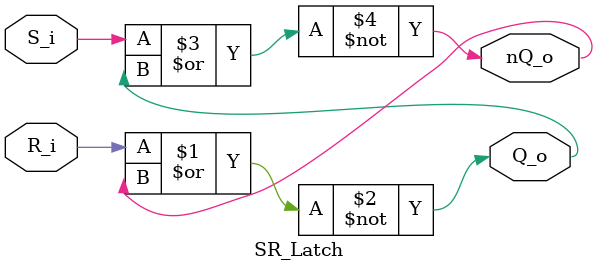
<source format=v>
module SR_Latch(

	input wire R_i,
	input wire S_i,
	output wire Q_o,
	output wire nQ_o
	
);

assign Q_o = ~(R_i | nQ_o);
assign nQ_o = ~(S_i | Q_o);

endmodule
</source>
